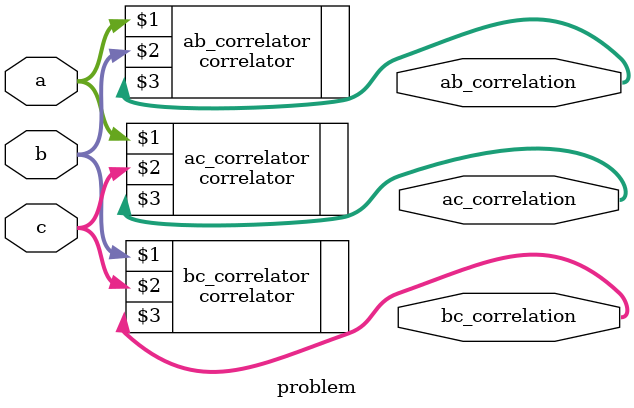
<source format=v>
module problem(
    input [9:0] a,
    input [9:0] b,
    input [9:0] c,
    // Instiantiate the correlator with inputs of ``a`` and ``b`` to produce this output.
    output [9:0] ab_correlation,
    // Instiantiate the correlator with inputs of ``a`` and ``c`` to produce this output.
    output [9:0] ac_correlation,
    // Instiantiate the correlator with inputs of ``b`` and ``c`` to produce this output.
    output [9:0] bc_correlation
);

    // SOLUTION_BEGIN
	correlator ab_correlator(a, b, ab_correlation);
	correlator ac_correlator(a, c, ac_correlation);
	correlator bc_correlator(b, c, bc_correlation);
    // SOLUTION_END

endmodule

// .. lp_build:: MEeAlKJ4XX
//   :builder: verilog

</source>
